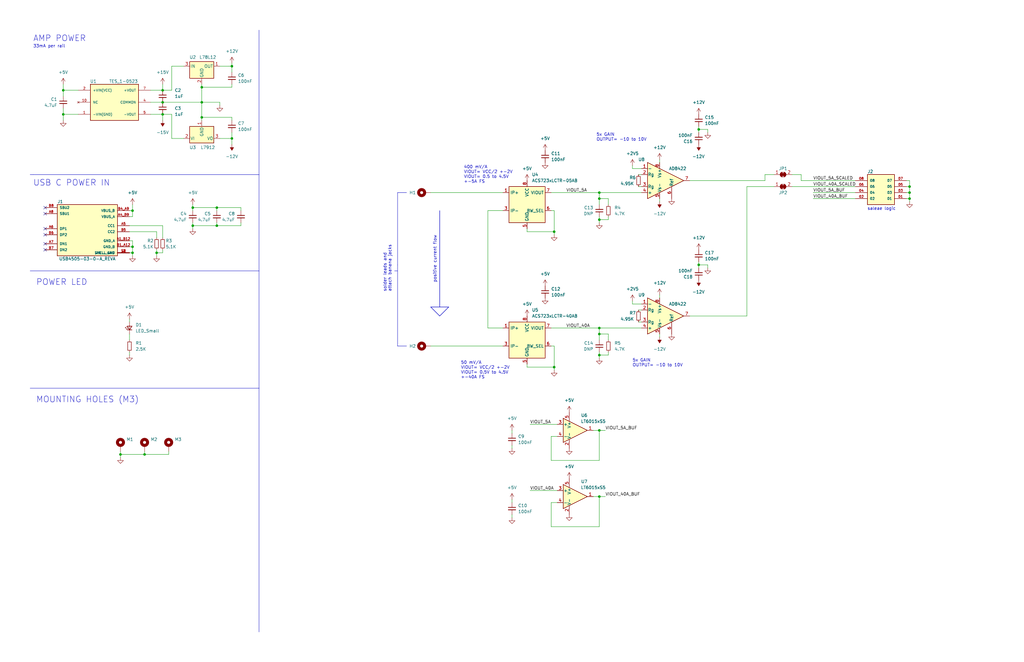
<source format=kicad_sch>
(kicad_sch (version 20230121) (generator eeschema)
  (paper "USLedger")
  (title_block (title "Saleae Current Sensor") (date "2022-11-13") (rev "0"))
  (lib_symbols
    (symbol "Amplifier_Instrumentation:AD8422" (pin_names (offset 0.127))
      (property "Reference" "U" (at 3.81 7.62 0))
      (property "Value" "AD8422" (at 3.81 5.08 0))
      (symbol "AD8422_0_1"
        (polyline (pts (xy -7.62 7.62) (xy -7.62 -7.62) (xy 7.62 0) (xy -7.62 7.62)) (stroke (width 0.254)) (fill (type background)))
      )
      (symbol "AD8422_1_1"
        (pin input line (at -10.16 5.08 0) (length 2.54) (name "-") (number "1"))
        (pin passive line (at -10.16 2.54 0) (length 2.54) (name "Rg") (number "2"))
        (pin passive line (at -10.16 -2.54 0) (length 2.54) (name "Rg") (number "3"))
        (pin input line (at -10.16 -5.08 0) (length 2.54) (name "+") (number "4"))
        (pin power_in line (at -2.54 -7.62 90) (length 2.54) (name "Vs-") (number "5"))
        (pin passive line (at 2.54 -7.62 90) (length 5.08) (name "Ref") (number "6"))
        (pin output line (at 10.16 0 180) (length 2.54) (name "~") (number "7"))
        (pin power_in line (at -2.54 7.62 270) (length 2.54) (name "Vs+") (number "8"))
      )
    )
    (symbol "Amplifier_Operational:LT6015xS5" (pin_names (offset 0.127))
      (property "Reference" "U" (at -1.27 6.35 0))
      (property "Value" "LT6015xS5" (at -1.27 3.81 0))
      (symbol "LT6015xS5_0_1"
        (polyline (pts (xy -5.08 5.08) (xy 5.08 0) (xy -5.08 -5.08) (xy -5.08 5.08)) (stroke (width 0.254)) (fill (type background)))
        (pin power_in line (at -2.54 -7.62 90) (length 3.81) (name "V-") (number "2"))
        (pin power_in line (at -2.54 7.62 270) (length 3.81) (name "V+") (number "5"))
      )
      (symbol "LT6015xS5_1_1"
        (pin output line (at 7.62 0 180) (length 2.54) (name "~") (number "1"))
        (pin input line (at -7.62 2.54 0) (length 2.54) (name "+") (number "3"))
        (pin input line (at -7.62 -2.54 0) (length 2.54) (name "-") (number "4"))
      )
    )
    (symbol "Device:C_Small" (pin_numbers hide) (pin_names (offset 0.254) hide)
      (property "Reference" "C" (at 0.254 1.778 0))
      (property "Value" "C_Small" (at 0.254 -2.032 0))
      (symbol "C_Small_0_1"
        (polyline (pts (xy -1.524 -0.508) (xy 1.524 -0.508)) (stroke (width 0.3302)))
        (polyline (pts (xy -1.524 0.508) (xy 1.524 0.508)) (stroke (width 0.3048)))
      )
      (symbol "C_Small_1_1"
        (pin passive line (at 0 2.54 270) (length 2.032) (name "~") (number "1"))
        (pin passive line (at 0 -2.54 90) (length 2.032) (name "~") (number "2"))
      )
    )
    (symbol "Device:LED_Small" (pin_numbers hide) (pin_names (offset 0.254) hide)
      (property "Reference" "D" (at -1.27 3.175 0))
      (property "Value" "LED_Small" (at -4.445 -2.54 0))
      (symbol "LED_Small_0_1"
        (polyline (pts (xy -0.762 -1.016) (xy -0.762 1.016)) (stroke (width 0.254)))
        (polyline (pts (xy 1.016 0) (xy -0.762 0)))
        (polyline (pts (xy 0.762 -1.016) (xy -0.762 0) (xy 0.762 1.016) (xy 0.762 -1.016)) (stroke (width 0.254)))
        (polyline (pts (xy 0 0.762) (xy -0.508 1.27) (xy -0.254 1.27) (xy -0.508 1.27) (xy -0.508 1.016)))
        (polyline (pts (xy 0.508 1.27) (xy 0 1.778) (xy 0.254 1.778) (xy 0 1.778) (xy 0 1.524)))
      )
      (symbol "LED_Small_1_1"
        (pin passive line (at -2.54 0 0) (length 1.778) (name "K") (number "1"))
        (pin passive line (at 2.54 0 180) (length 1.778) (name "A") (number "2"))
      )
    )
    (symbol "Device:R_Small" (pin_numbers hide) (pin_names (offset 0.254) hide)
      (property "Reference" "R" (at 0.762 0.508 0))
      (property "Value" "R_Small" (at 0.762 -1.016 0))
      (symbol "R_Small_0_1"
        (rectangle (start -0.762 1.778) (end 0.762 -1.778) (stroke (width 0.2032)))
      )
      (symbol "R_Small_1_1"
        (pin passive line (at 0 2.54 270) (length 0.762) (name "~") (number "1"))
        (pin passive line (at 0 -2.54 90) (length 0.762) (name "~") (number "2"))
      )
    )
    (symbol "Jumper:SolderJumper_2_Bridged" (pin_names (offset 0) hide)
      (property "Reference" "JP" (at 0 2.032 0))
      (property "Value" "SolderJumper_2_Bridged" (at 0 -2.54 0))
      (symbol "SolderJumper_2_Bridged_0_1"
        (rectangle (start -0.508 0.508) (end 0.508 -0.508) (fill (type outline)))
        (arc (start -0.254 1.016) (mid -1.2656 0) (end -0.254 -1.016))
        (arc (start -0.254 1.016) (mid -1.2656 0) (end -0.254 -1.016) (fill (type outline)))
        (polyline (pts (xy -0.254 1.016) (xy -0.254 -1.016)))
        (polyline (pts (xy 0.254 1.016) (xy 0.254 -1.016)))
        (arc (start 0.254 -1.016) (mid 1.2656 0) (end 0.254 1.016))
        (arc (start 0.254 -1.016) (mid 1.2656 0) (end 0.254 1.016) (fill (type outline)))
      )
      (symbol "SolderJumper_2_Bridged_1_1"
        (pin passive line (at -3.81 0 0) (length 2.54) (name "A") (number "1"))
        (pin passive line (at 3.81 0 180) (length 2.54) (name "B") (number "2"))
      )
    )
    (symbol "Mechanical:MountingHole_Pad" (pin_numbers hide) (pin_names (offset 1.016) hide)
      (property "Reference" "H" (at 0 6.35 0))
      (property "Value" "MountingHole_Pad" (at 0 4.445 0))
      (symbol "MountingHole_Pad_0_1"
        (circle (center 0 1.27) (radius 1.27) (stroke (width 1.27)))
      )
      (symbol "MountingHole_Pad_1_1"
        (pin input line (at 0 -2.54 90) (length 2.54) (name "1") (number "1"))
      )
    )
    (symbol "Regulator_Linear:L78L12_SOT89" (pin_names (offset 0.254))
      (property "Reference" "U" (at -3.81 3.175 0))
      (property "Value" "L78L12_SOT89" (at -0.635 3.175 0))
      (symbol "L78L12_SOT89_0_1"
        (rectangle (start -5.08 1.905) (end 5.08 -5.08) (stroke (width 0.254)) (fill (type background)))
      )
      (symbol "L78L12_SOT89_1_1"
        (pin power_out line (at 7.62 0 180) (length 2.54) (name "OUT") (number "1"))
        (pin power_in line (at 0 -7.62 90) (length 2.54) (name "GND") (number "2"))
        (pin power_in line (at -7.62 0 0) (length 2.54) (name "IN") (number "3"))
      )
    )
    (symbol "Regulator_Linear:L7912" (pin_names (offset 0.254))
      (property "Reference" "U" (at -3.81 -3.175 0))
      (property "Value" "L7912" (at 0 -3.175 0))
      (symbol "L7912_0_1"
        (rectangle (start -5.08 5.08) (end 5.08 -1.905) (stroke (width 0.254)) (fill (type background)))
      )
      (symbol "L7912_1_1"
        (pin power_in line (at 0 7.62 270) (length 2.54) (name "GND") (number "1"))
        (pin power_in line (at -7.62 0 0) (length 2.54) (name "VI") (number "2"))
        (pin power_out line (at 7.62 0 180) (length 2.54) (name "VO") (number "3"))
      )
    )
    (symbol "Sensor_Current:ACS723xLCTR-05AB"
      (property "Reference" "U" (at 2.54 11.43 0))
      (property "Value" "ACS723xLCTR-05AB" (at 2.54 8.89 0))
      (symbol "ACS723xLCTR-05AB_0_1"
        (rectangle (start -7.62 7.62) (end 7.62 -7.62) (stroke (width 0.254)) (fill (type background)))
      )
      (symbol "ACS723xLCTR-05AB_1_1"
        (pin passive line (at -10.16 5.08 0) (length 2.54) (name "IP+") (number "1"))
        (pin passive line (at -10.16 5.08 0) (length 2.54) hide (name "IP+") (number "2"))
        (pin passive line (at -10.16 -2.54 0) (length 2.54) (name "IP-") (number "3"))
        (pin passive line (at -10.16 -2.54 0) (length 2.54) hide (name "IP-") (number "4"))
        (pin power_in line (at 0 -10.16 90) (length 2.54) (name "GND") (number "5"))
        (pin input line (at 10.16 -2.54 180) (length 2.54) (name "BW_SEL") (number "6"))
        (pin output line (at 10.16 5.08 180) (length 2.54) (name "VIOUT") (number "7"))
        (pin power_in line (at 0 10.16 270) (length 2.54) (name "VCC") (number "8"))
      )
    )
    (symbol "Sensor_Current:ACS723xLCTR-40AB"
      (property "Reference" "U" (at 2.54 11.43 0))
      (property "Value" "ACS723xLCTR-40AB" (at 2.54 8.89 0))
      (symbol "ACS723xLCTR-40AB_0_1"
        (rectangle (start -7.62 7.62) (end 7.62 -7.62) (stroke (width 0.254)) (fill (type background)))
      )
      (symbol "ACS723xLCTR-40AB_1_1"
        (pin passive line (at -10.16 5.08 0) (length 2.54) (name "IP+") (number "1"))
        (pin passive line (at -10.16 5.08 0) (length 2.54) hide (name "IP+") (number "2"))
        (pin passive line (at -10.16 -2.54 0) (length 2.54) (name "IP-") (number "3"))
        (pin passive line (at -10.16 -2.54 0) (length 2.54) hide (name "IP-") (number "4"))
        (pin power_in line (at 0 -10.16 90) (length 2.54) (name "GND") (number "5"))
        (pin input line (at 10.16 -2.54 180) (length 2.54) (name "BW_SEL") (number "6"))
        (pin output line (at 10.16 5.08 180) (length 2.54) (name "VIOUT") (number "7"))
        (pin power_in line (at 0 10.16 270) (length 2.54) (name "VCC") (number "8"))
      )
    )
    (symbol "TES_1-0523:TES_1-0523" (pin_names (offset 1.016))
      (property "Reference" "PS?" (at -13.97 8.89 0))
      (property "Value" "TES_1-0523" (at -1.27 8.89 0))
      (symbol "TES_1-0523_0_0"
        (rectangle (start -15.24 7.62) (end 5.08 -7.62) (stroke (width 0.254)) (fill (type background)))
        (pin input line (at -20.32 -5.08 0) (length 5.08) (name "-VIN(GND)") (number "1"))
        (pin no_connect line (at -20.32 0 0) (length 5.08) (name "NC") (number "10"))
        (pin input line (at -20.32 5.08 0) (length 5.08) (name "+VIN(VCC)") (number "2"))
        (pin passive line (at 10.16 0 180) (length 5.08) (name "COMMON") (number "4"))
        (pin output line (at 10.16 -5.08 180) (length 5.08) (name "-VOUT") (number "5"))
        (pin output line (at 10.16 5.08 180) (length 5.08) (name "+VOUT") (number "7"))
      )
    )
    (symbol "TSM-104-02-T-DH:TSM-104-02-T-DH" (pin_names (offset 1.016))
      (property "Reference" "J?" (at 0 12.7 0))
      (property "Value" "TSM-104-02-T-DH" (at 0 10.16 0))
      (symbol "TSM-104-02-T-DH_0_0"
        (rectangle (start -7.62 7.62) (end 3.81 -5.08) (stroke (width 0.254)) (fill (type background)))
        (pin passive line (at -12.7 5.08 0) (length 5.08) (name "01") (number "01"))
        (pin passive line (at 8.89 5.08 180) (length 5.08) (name "02") (number "02"))
        (pin passive line (at -12.7 2.54 0) (length 5.08) (name "03") (number "03"))
        (pin passive line (at 8.89 2.54 180) (length 5.08) (name "04") (number "04"))
        (pin passive line (at -12.7 0 0) (length 5.08) (name "05") (number "05"))
        (pin passive line (at 8.89 0 180) (length 5.08) (name "06") (number "06"))
        (pin passive line (at -12.7 -2.54 0) (length 5.08) (name "07") (number "07"))
        (pin passive line (at 8.89 -2.54 180) (length 5.08) (name "08") (number "08"))
      )
    )
    (symbol "USB4505-03-0-A_REVA:USB4505-03-0-A_REVA" (pin_names (offset 1.016))
      (property "Reference" "J?" (at 0 20.32 0))
      (property "Value" "USB4505-03-0-A_REVA" (at 0 17.78 0))
      (symbol "USB4505-03-0-A_REVA_0_0"
        (rectangle (start -12.7 15.24) (end 12.7 -6.35) (stroke (width 0.254)) (fill (type background)))
        (pin power_in line (at 17.78 0 180) (length 5.08) (name "GND_A") (number "A1_B12"))
        (pin power_in line (at 17.78 10.16 180) (length 5.08) (name "VBUS_A") (number "A4_B9"))
        (pin bidirectional line (at 17.78 6.35 180) (length 5.08) (name "CC1") (number "A5"))
        (pin bidirectional line (at -17.78 5.08 0) (length 5.08) (name "DP1") (number "A6"))
        (pin bidirectional line (at -17.78 -1.27 0) (length 5.08) (name "DN1") (number "A7"))
        (pin bidirectional line (at -17.78 11.43 0) (length 5.08) (name "SBU1") (number "A8"))
        (pin power_in line (at 17.78 -2.54 180) (length 5.08) (name "GND_B") (number "B1_A12"))
        (pin power_in line (at 17.78 12.7 180) (length 5.08) (name "VBUS_B") (number "B4_A9"))
        (pin bidirectional line (at 17.78 3.81 180) (length 5.08) (name "CC2") (number "B5"))
        (pin bidirectional line (at -17.78 2.54 0) (length 5.08) (name "DP2") (number "B6"))
        (pin bidirectional line (at -17.78 -3.81 0) (length 5.08) (name "DN2") (number "B7"))
        (pin bidirectional line (at -17.78 13.97 0) (length 5.08) (name "SBU2") (number "B8"))
        (pin power_in line (at 17.78 -5.08 180) (length 5.08) (name "SHELL_GND") (number "S1"))
        (pin power_in line (at 17.78 -5.08 180) (length 5.08) (name "SHELL_GND") (number "S2"))
        (pin power_in line (at 17.78 -5.08 180) (length 5.08) (name "SHELL_GND") (number "S3"))
        (pin power_in line (at 17.78 -5.08 180) (length 5.08) (name "SHELL_GND") (number "S4"))
      )
    )
    (symbol "power:+12V" (power) (pin_names (offset 0))
      (property "Value" "+12V" (at 0 3.556 0))
      (symbol "+12V_0_1"
        (polyline (pts (xy -0.762 1.27) (xy 0 2.54)))
        (polyline (pts (xy 0 0) (xy 0 2.54)))
        (polyline (pts (xy 0 2.54) (xy 0.762 1.27)))
      )
      (symbol "+12V_1_1"
        (pin power_in line (at 0 0 90) (length 0) hide (name "+12V") (number "1"))
      )
    )
    (symbol "power:+15V" (power) (pin_names (offset 0))
      (property "Value" "+15V" (at 0 3.556 0))
      (symbol "+15V_0_1"
        (polyline (pts (xy -0.762 1.27) (xy 0 2.54)))
        (polyline (pts (xy 0 0) (xy 0 2.54)))
        (polyline (pts (xy 0 2.54) (xy 0.762 1.27)))
      )
      (symbol "+15V_1_1"
        (pin power_in line (at 0 0 90) (length 0) hide (name "+15V") (number "1"))
      )
    )
    (symbol "power:+2V5" (power) (pin_names (offset 0))
      (property "Value" "+2V5" (at 0 3.556 0))
      (symbol "+2V5_0_1"
        (polyline (pts (xy -0.762 1.27) (xy 0 2.54)))
        (polyline (pts (xy 0 0) (xy 0 2.54)))
        (polyline (pts (xy 0 2.54) (xy 0.762 1.27)))
      )
      (symbol "+2V5_1_1"
        (pin power_in line (at 0 0 90) (length 0) hide (name "+2V5") (number "1"))
      )
    )
    (symbol "power:+5V" (power) (pin_names (offset 0))
      (property "Value" "+5V" (at 0 3.556 0))
      (symbol "+5V_0_1"
        (polyline (pts (xy -0.762 1.27) (xy 0 2.54)))
        (polyline (pts (xy 0 0) (xy 0 2.54)))
        (polyline (pts (xy 0 2.54) (xy 0.762 1.27)))
      )
      (symbol "+5V_1_1"
        (pin power_in line (at 0 0 90) (length 0) hide (name "+5V") (number "1"))
      )
    )
    (symbol "power:-12V" (power) (pin_names (offset 0))
      (property "Value" "-12V" (at 0 3.81 0))
      (symbol "-12V_0_0"
        (pin power_in line (at 0 0 90) (length 0) hide (name "-12V") (number "1"))
      )
      (symbol "-12V_0_1"
        (polyline (pts (xy 0 0) (xy 0 1.27) (xy 0.762 1.27) (xy 0 2.54) (xy -0.762 1.27) (xy 0 1.27)) (fill (type outline)))
      )
    )
    (symbol "power:-15V" (power) (pin_names (offset 0))
      (property "Value" "-15V" (at 0 3.81 0))
      (symbol "-15V_0_0"
        (pin power_in line (at 0 0 90) (length 0) hide (name "-15V") (number "1"))
      )
      (symbol "-15V_0_1"
        (polyline (pts (xy 0 0) (xy 0 1.27) (xy 0.762 1.27) (xy 0 2.54) (xy -0.762 1.27) (xy 0 1.27)) (fill (type outline)))
      )
    )
    (symbol "power:GND" (power) (pin_names (offset 0))
      (property "Value" "GND" (at 0 -3.81 0))
      (symbol "GND_0_1"
        (polyline (pts (xy 0 0) (xy 0 -1.27) (xy 1.27 -1.27) (xy 0 -2.54) (xy -1.27 -1.27) (xy 0 -1.27)))
      )
      (symbol "GND_1_1"
        (pin power_in line (at 0 0 270) (length 0) hide (name "GND") (number "1"))
      )
    )
  )
  (junction (at 383.54 83.82))
  (junction (at 85.09 49.53))
  (junction (at 55.88 104.14))
  (junction (at 383.54 78.74))
  (junction (at 252.73 92.71))
  (junction (at 91.44 87.63))
  (junction (at 252.73 140.97))
  (junction (at 252.73 209.55))
  (junction (at 252.73 138.43))
  (junction (at 68.58 38.1))
  (junction (at 294.64 54.61))
  (junction (at 66.04 106.68))
  (junction (at 252.73 181.61))
  (junction (at 68.58 43.18))
  (junction (at 26.67 38.1))
  (junction (at 233.68 97.79))
  (junction (at 60.96 191.77))
  (junction (at 81.28 87.63))
  (junction (at 252.73 83.82))
  (junction (at 97.79 58.42))
  (junction (at 252.73 149.86))
  (junction (at 26.67 48.26))
  (junction (at 81.28 95.25))
  (junction (at 97.79 27.94))
  (junction (at 233.68 154.94))
  (junction (at 294.64 111.76))
  (junction (at 55.88 106.68))
  (junction (at 68.58 48.26))
  (junction (at 55.88 88.9))
  (junction (at 85.09 43.18))
  (junction (at 91.44 95.25))
  (junction (at 85.09 36.83))
  (junction (at 252.73 81.28))
  (junction (at 383.54 81.28))
  (junction (at 50.8 191.77))
  (no_connect (at 19.05 90.17))
  (no_connect (at 19.05 96.52))
  (no_connect (at 19.05 105.41))
  (no_connect (at 19.05 99.06))
  (no_connect (at 19.05 87.63))
  (no_connect (at 19.05 102.87))
  (wire (pts (xy 222.25 96.52) (xy 222.25 97.79)))
  (wire (pts (xy 382.27 81.28) (xy 383.54 81.28)))
  (wire (pts (xy 232.41 138.43) (xy 252.73 138.43)))
  (wire (pts (xy 252.73 92.71) (xy 252.73 93.98)))
  (wire (pts (xy 63.5 38.1) (xy 68.58 38.1)))
  (wire (pts (xy 342.9 83.82) (xy 360.68 83.82)))
  (wire (pts (xy 252.73 149.86) (xy 252.73 151.13)))
  (wire (pts (xy 383.54 83.82) (xy 383.54 85.09)))
  (wire (pts (xy 55.88 88.9) (xy 55.88 91.44)))
  (wire (pts (xy 383.54 76.2) (xy 383.54 78.74)))
  (wire (pts (xy 181.61 146.05) (xy 212.09 146.05)))
  (polyline (pts (xy 167.64 81.28) (xy 171.45 81.28)))
  (wire (pts (xy 252.73 91.44) (xy 252.73 92.71)))
  (wire (pts (xy 66.04 106.68) (xy 68.58 106.68)))
  (wire (pts (xy 72.39 48.26) (xy 72.39 58.42)))
  (wire (pts (xy 26.67 45.72) (xy 26.67 48.26)))
  (wire (pts (xy 256.54 140.97) (xy 252.73 140.97)))
  (wire (pts (xy 334.01 78.74) (xy 360.68 78.74)))
  (wire (pts (xy 342.9 81.28) (xy 360.68 81.28)))
  (wire (pts (xy 278.13 67.31) (xy 278.13 68.58)))
  (wire (pts (xy 383.54 81.28) (xy 383.54 83.82)))
  (wire (pts (xy 92.71 27.94) (xy 97.79 27.94)))
  (wire (pts (xy 294.64 54.61) (xy 294.64 55.88)))
  (wire (pts (xy 215.9 181.61) (xy 215.9 182.88)))
  (wire (pts (xy 181.61 81.28) (xy 212.09 81.28)))
  (wire (pts (xy 63.5 48.26) (xy 68.58 48.26)))
  (wire (pts (xy 54.61 134.62) (xy 54.61 135.89)))
  (wire (pts (xy 252.73 149.86) (xy 256.54 149.86)))
  (wire (pts (xy 383.54 78.74) (xy 383.54 81.28)))
  (wire (pts (xy 233.68 154.94) (xy 233.68 156.21)))
  (wire (pts (xy 97.79 50.8) (xy 97.79 49.53)))
  (wire (pts (xy 91.44 95.25) (xy 101.6 95.25)))
  (wire (pts (xy 290.83 76.2) (xy 322.58 76.2)))
  (wire (pts (xy 252.73 140.97) (xy 252.73 143.51)))
  (wire (pts (xy 266.7 127) (xy 266.7 128.27)))
  (wire (pts (xy 215.9 210.82) (xy 215.9 212.09)))
  (wire (pts (xy 337.82 76.2) (xy 360.68 76.2)))
  (wire (pts (xy 314.96 133.35) (xy 314.96 78.74)))
  (wire (pts (xy 294.64 111.76) (xy 298.45 111.76)))
  (wire (pts (xy 91.44 93.98) (xy 91.44 95.25)))
  (wire (pts (xy 266.7 71.12) (xy 270.51 71.12)))
  (wire (pts (xy 81.28 95.25) (xy 81.28 96.52)))
  (polyline (pts (xy 167.64 111.76) (xy 167.64 146.05)))
  (wire (pts (xy 81.28 93.98) (xy 81.28 95.25)))
  (polyline (pts (xy 181.61 129.54) (xy 185.42 133.35)) (stroke (width 0.2) (type solid)))
  (wire (pts (xy 298.45 111.76) (xy 298.45 113.03)))
  (wire (pts (xy 278.13 124.46) (xy 278.13 125.73)))
  (wire (pts (xy 72.39 38.1) (xy 72.39 27.94)))
  (wire (pts (xy 97.79 36.83) (xy 85.09 36.83)))
  (polyline (pts (xy 12.7 73.66) (xy 13.97 73.66)))
  (wire (pts (xy 252.73 81.28) (xy 252.73 83.82)))
  (wire (pts (xy 91.44 87.63) (xy 91.44 88.9)))
  (wire (pts (xy 278.13 83.82) (xy 278.13 85.09)))
  (wire (pts (xy 55.88 86.36) (xy 55.88 88.9)))
  (wire (pts (xy 232.41 88.9) (xy 233.68 88.9)))
  (wire (pts (xy 252.73 181.61) (xy 252.73 194.31)))
  (wire (pts (xy 97.79 49.53) (xy 85.09 49.53)))
  (wire (pts (xy 252.73 138.43) (xy 270.51 138.43)))
  (polyline (pts (xy 166.37 114.3) (xy 167.64 114.3)))
  (wire (pts (xy 68.58 95.25) (xy 68.58 100.33)))
  (wire (pts (xy 50.8 190.5) (xy 50.8 191.77)))
  (polyline (pts (xy 12.7 114.3) (xy 109.22 114.3)))
  (wire (pts (xy 294.64 111.76) (xy 294.64 113.03)))
  (wire (pts (xy 266.7 128.27) (xy 270.51 128.27)))
  (polyline (pts (xy 109.22 114.3) (xy 109.22 163.83)))
  (wire (pts (xy 215.9 187.96) (xy 215.9 189.23)))
  (wire (pts (xy 92.71 58.42) (xy 97.79 58.42)))
  (polyline (pts (xy 185.42 88.9) (xy 185.42 129.54)) (stroke (width 0.2) (type solid)))
  (wire (pts (xy 68.58 48.26) (xy 72.39 48.26)))
  (wire (pts (xy 256.54 149.86) (xy 256.54 148.59)))
  (wire (pts (xy 252.73 181.61) (xy 255.27 181.61)))
  (wire (pts (xy 50.8 191.77) (xy 50.8 193.04)))
  (wire (pts (xy 269.24 130.81) (xy 270.51 130.81)))
  (wire (pts (xy 266.7 69.85) (xy 266.7 71.12)))
  (wire (pts (xy 54.61 148.59) (xy 54.61 149.86)))
  (wire (pts (xy 222.25 153.67) (xy 222.25 154.94)))
  (wire (pts (xy 223.52 207.01) (xy 234.95 207.01)))
  (wire (pts (xy 314.96 78.74) (xy 326.39 78.74)))
  (wire (pts (xy 205.74 88.9) (xy 205.74 138.43)))
  (wire (pts (xy 232.41 222.25) (xy 252.73 222.25)))
  (wire (pts (xy 92.71 43.18) (xy 92.71 44.45)))
  (wire (pts (xy 85.09 49.53) (xy 85.09 50.8)))
  (wire (pts (xy 91.44 87.63) (xy 101.6 87.63)))
  (wire (pts (xy 50.8 191.77) (xy 60.96 191.77)))
  (wire (pts (xy 232.41 212.09) (xy 232.41 222.25)))
  (wire (pts (xy 54.61 95.25) (xy 68.58 95.25)))
  (wire (pts (xy 54.61 101.6) (xy 55.88 101.6)))
  (wire (pts (xy 60.96 191.77) (xy 71.12 191.77)))
  (wire (pts (xy 269.24 73.66) (xy 270.51 73.66)))
  (wire (pts (xy 68.58 105.41) (xy 68.58 106.68)))
  (wire (pts (xy 97.79 35.56) (xy 97.79 36.83)))
  (wire (pts (xy 81.28 88.9) (xy 81.28 87.63)))
  (wire (pts (xy 68.58 48.26) (xy 68.58 50.8)))
  (wire (pts (xy 26.67 40.64) (xy 26.67 38.1)))
  (polyline (pts (xy 109.22 12.7) (xy 109.22 73.66)))
  (wire (pts (xy 68.58 35.56) (xy 68.58 38.1)))
  (wire (pts (xy 294.64 110.49) (xy 294.64 111.76)))
  (wire (pts (xy 97.79 30.48) (xy 97.79 27.94)))
  (wire (pts (xy 256.54 83.82) (xy 252.73 83.82)))
  (wire (pts (xy 252.73 92.71) (xy 256.54 92.71)))
  (wire (pts (xy 222.25 154.94) (xy 233.68 154.94)))
  (wire (pts (xy 382.27 83.82) (xy 383.54 83.82)))
  (wire (pts (xy 97.79 58.42) (xy 97.79 55.88)))
  (polyline (pts (xy 13.97 73.66) (xy 109.22 73.66)))
  (wire (pts (xy 233.68 97.79) (xy 233.68 99.06)))
  (wire (pts (xy 63.5 43.18) (xy 68.58 43.18)))
  (wire (pts (xy 97.79 26.67) (xy 97.79 27.94)))
  (wire (pts (xy 85.09 36.83) (xy 85.09 43.18)))
  (polyline (pts (xy 12.7 163.83) (xy 109.22 163.83)))
  (wire (pts (xy 256.54 143.51) (xy 256.54 140.97)))
  (wire (pts (xy 232.41 81.28) (xy 252.73 81.28)))
  (wire (pts (xy 234.95 184.15) (xy 232.41 184.15)))
  (wire (pts (xy 233.68 146.05) (xy 233.68 154.94)))
  (wire (pts (xy 232.41 146.05) (xy 233.68 146.05)))
  (wire (pts (xy 294.64 54.61) (xy 298.45 54.61)))
  (wire (pts (xy 68.58 43.18) (xy 85.09 43.18)))
  (wire (pts (xy 66.04 105.41) (xy 66.04 106.68)))
  (wire (pts (xy 26.67 48.26) (xy 26.67 50.8)))
  (wire (pts (xy 252.73 148.59) (xy 252.73 149.86)))
  (wire (pts (xy 26.67 38.1) (xy 33.02 38.1)))
  (wire (pts (xy 101.6 93.98) (xy 101.6 95.25)))
  (wire (pts (xy 60.96 191.77) (xy 60.96 190.5)))
  (wire (pts (xy 252.73 181.61) (xy 250.19 181.61)))
  (wire (pts (xy 256.54 86.36) (xy 256.54 83.82)))
  (wire (pts (xy 290.83 133.35) (xy 314.96 133.35)))
  (wire (pts (xy 81.28 95.25) (xy 91.44 95.25)))
  (polyline (pts (xy 189.23 129.54) (xy 181.61 129.54)) (stroke (width 0.2) (type solid)))
  (wire (pts (xy 222.25 97.79) (xy 233.68 97.79)))
  (wire (pts (xy 101.6 87.63) (xy 101.6 88.9)))
  (wire (pts (xy 322.58 73.66) (xy 326.39 73.66)))
  (wire (pts (xy 72.39 58.42) (xy 77.47 58.42)))
  (wire (pts (xy 55.88 106.68) (xy 55.88 107.95)))
  (wire (pts (xy 54.61 104.14) (xy 55.88 104.14)))
  (wire (pts (xy 252.73 209.55) (xy 252.73 222.25)))
  (wire (pts (xy 334.01 73.66) (xy 337.82 73.66)))
  (wire (pts (xy 256.54 92.71) (xy 256.54 91.44)))
  (wire (pts (xy 269.24 78.74) (xy 270.51 78.74)))
  (wire (pts (xy 85.09 43.18) (xy 85.09 49.53)))
  (wire (pts (xy 337.82 73.66) (xy 337.82 76.2)))
  (wire (pts (xy 382.27 76.2) (xy 383.54 76.2)))
  (wire (pts (xy 54.61 91.44) (xy 55.88 91.44)))
  (wire (pts (xy 234.95 212.09) (xy 232.41 212.09)))
  (wire (pts (xy 55.88 101.6) (xy 55.88 104.14)))
  (wire (pts (xy 252.73 81.28) (xy 270.51 81.28)))
  (wire (pts (xy 72.39 27.94) (xy 77.47 27.94)))
  (wire (pts (xy 278.13 140.97) (xy 278.13 142.24)))
  (wire (pts (xy 252.73 138.43) (xy 252.73 140.97)))
  (polyline (pts (xy 109.22 73.66) (xy 109.22 114.3)))
  (wire (pts (xy 55.88 104.14) (xy 55.88 106.68)))
  (wire (pts (xy 81.28 86.36) (xy 81.28 87.63)))
  (wire (pts (xy 233.68 88.9) (xy 233.68 97.79)))
  (wire (pts (xy 26.67 48.26) (xy 33.02 48.26)))
  (wire (pts (xy 85.09 36.83) (xy 85.09 35.56)))
  (wire (pts (xy 252.73 209.55) (xy 250.19 209.55)))
  (wire (pts (xy 294.64 53.34) (xy 294.64 54.61)))
  (polyline (pts (xy 109.22 163.83) (xy 109.22 266.7)))
  (wire (pts (xy 26.67 35.56) (xy 26.67 38.1)))
  (wire (pts (xy 215.9 217.17) (xy 215.9 218.44)))
  (wire (pts (xy 382.27 78.74) (xy 383.54 78.74)))
  (wire (pts (xy 68.58 38.1) (xy 72.39 38.1)))
  (wire (pts (xy 71.12 191.77) (xy 71.12 190.5)))
  (wire (pts (xy 252.73 209.55) (xy 255.27 209.55)))
  (wire (pts (xy 322.58 76.2) (xy 322.58 73.66)))
  (wire (pts (xy 205.74 138.43) (xy 212.09 138.43)))
  (wire (pts (xy 97.79 58.42) (xy 97.79 60.96)))
  (wire (pts (xy 66.04 97.79) (xy 66.04 100.33)))
  (polyline (pts (xy 185.42 133.35) (xy 189.23 129.54)) (stroke (width 0.2) (type solid)))
  (wire (pts (xy 54.61 97.79) (xy 66.04 97.79)))
  (wire (pts (xy 66.04 106.68) (xy 66.04 107.95)))
  (wire (pts (xy 54.61 106.68) (xy 55.88 106.68)))
  (polyline (pts (xy 167.64 111.76) (xy 167.64 81.28)))
  (wire (pts (xy 54.61 88.9) (xy 55.88 88.9)))
  (wire (pts (xy 81.28 87.63) (xy 91.44 87.63)))
  (wire (pts (xy 232.41 184.15) (xy 232.41 194.31)))
  (wire (pts (xy 298.45 54.61) (xy 298.45 55.88)))
  (wire (pts (xy 232.41 194.31) (xy 252.73 194.31)))
  (wire (pts (xy 212.09 88.9) (xy 205.74 88.9)))
  (wire (pts (xy 269.24 135.89) (xy 270.51 135.89)))
  (wire (pts (xy 85.09 43.18) (xy 92.71 43.18)))
  (polyline (pts (xy 167.64 146.05) (xy 171.45 146.05)))
  (wire (pts (xy 223.52 179.07) (xy 234.95 179.07)))
  (wire (pts (xy 252.73 83.82) (xy 252.73 86.36)))
  (wire (pts (xy 54.61 140.97) (xy 54.61 143.51)))
  (text "50 mV/A\nVIOUT= VCC/2 +-2V\nVIOUT= 0.5V to 4.5V\n+-40A FS" (at 194.31 160.02 0) (effects (font (size 1.27 1.27)) (justify left bottom)))
  (text "solder leads and \nattach banana jacks" (at 165.1 123.19 90) (effects (font (size 1.27 1.27)) (justify left bottom)))
  (text "positive current flow" (at 184.15 119.38 90) (effects (font (size 1.27 1.27)) (justify left bottom)))
  (text "saleae logic" (at 365.76 88.9 0) (effects (font (size 1.27 1.27)) (justify left bottom)))
  (text "AMP POWER" (at 13.97 17.78 0) (effects (font (size 2.5 2.5)) (justify left bottom)))
  (text "POWER LED" (at 15.24 120.65 0) (effects (font (size 2.5 2.5)) (justify left bottom)))
  (text "MOUNTING HOLES (M3)" (at 15.24 170.18 0) (effects (font (size 2.5 2.5)) (justify left bottom)))
  (text "5x GAIN\nOUTPUT= -10 to 10V" (at 251.46 59.69 0) (effects (font (size 1.27 1.27)) (justify left bottom)))
  (text "5x GAIN\nOUTPUT= -10 to 10V" (at 266.7 154.94 0) (effects (font (size 1.27 1.27)) (justify left bottom)))
  (text "33mA per rail" (at 13.97 20.32 0) (effects (font (size 1.27 1.27)) (justify left bottom)))
  (text "USB C POWER IN" (at 13.97 78.74 0) (effects (font (size 2.5 2.5)) (justify left bottom)))
  (text "400 mV/A\nVIOUT= VCC/2 +-2V\nVIOUT= 0.5 to 4.5V\n+-5A FS" (at 195.58 77.47 0) (effects (font (size 1.27 1.27)) (justify left bottom)))
  (label "VIOUT_5A" (at 223.52 179.07 0))
  (label "VIOUT_40A_BUF" (at 342.9 83.82 0))
  (label "VIOUT_40A" (at 223.52 207.01 0))
  (label "VIOUT_40A" (at 238.76 138.43 0))
  (label "VIOUT_5A" (at 238.76 81.28 0))
  (label "VIOUT_5A_BUF" (at 255.27 181.61 0))
  (label "VIOUT_40A_SCALED" (at 342.9 78.74 0))
  (label "VIOUT_40A_BUF" (at 255.27 209.55 0))
  (label "VIOUT_5A_SCALED" (at 342.9 76.2 0))
  (label "VIOUT_5A_BUF" (at 342.9 81.28 0))
  (symbol (lib_id "Device:C_Small") (at 97.79 53.34 0) (unit 1)
    (property "Reference" "C7" (at 100.33 52.0762 0) (effects (justify left)))
    (property "Value" "100nF" (at 100.33 54.6162 0) (effects (justify left)))
    (property "Footprint" "Capacitor_SMD:C_0603_1608Metric" (effects hide))
  )
  (symbol (lib_id "Device:C_Small") (at 229.87 123.19 0) (unit 1)
    (property "Reference" "C12" (at 232.41 121.9262 0) (effects (justify left)))
    (property "Value" "100nF" (at 232.41 124.4662 0) (effects (justify left)))
    (property "Footprint" "Capacitor_SMD:C_0603_1608Metric" (effects hide))
  )
  (symbol (lib_id "Mechanical:MountingHole_Pad") (at 179.07 146.05 90) (unit 1)
    (property "Reference" "H2" (at 173.99 146.05 90))
    (property "Value" "IN" (effects hide))
    (property "Footprint" "MountingHole:MountingHole_2.7mm_M2.5_ISO7380_Pad_TopBottom" (effects hide))
  )
  (symbol (lib_id "power:+12V") (at 97.79 26.67 0) (unit 1)
    (property "Reference" "#PWR014" (effects hide))
    (property "Value" "+12V" (at 97.79 21.59 0))
  )
  (symbol (lib_id "Amplifier_Operational:LT6015xS5") (at 242.57 209.55 0) (unit 1)
    (property "Reference" "U7" (at 246.38 203.2 0))
    (property "Value" "LT6015xS5" (at 250.19 205.74 0))
    (property "Footprint" "Package_TO_SOT_SMD:SOT-23-5" (effects hide))
    (property "Datasheet" "https://www.analog.com/media/en/technical-documentation/data-sheets/601567ff.pdf" (effects hide))
  )
  (symbol (lib_id "Device:C_Small") (at 97.79 33.02 0) (unit 1)
    (property "Reference" "C6" (at 100.33 31.7562 0) (effects (justify left)))
    (property "Value" "100nF" (at 100.33 34.2962 0) (effects (justify left)))
    (property "Footprint" "Capacitor_SMD:C_0603_1608Metric" (effects hide))
  )
  (symbol (lib_id "Amplifier_Instrumentation:AD8422") (at 280.67 133.35 0) (unit 1)
    (property "Reference" "U9" (at 270.51 124.46 0))
    (property "Value" "AD8422" (at 285.75 128.27 0))
    (property "Footprint" "AD8422BRMZ-RL:SOP65P490X110-8N" (effects hide))
    (property "Datasheet" "https://www.analog.com/media/en/technical-documentation/data-sheets/AD8422.pdf" (effects hide))
  )
  (symbol (lib_id "Device:R_Small") (at 54.61 146.05 0) (unit 1)
    (property "Reference" "R1" (at 57.15 144.7799 0) (effects (justify left)))
    (property "Value" "2.5K" (at 57.15 147.3199 0) (effects (justify left)))
    (property "Footprint" "Resistor_SMD:R_0603_1608Metric" (effects hide))
  )
  (symbol (lib_id "power:GND") (at 215.9 218.44 0) (unit 1)
    (property "Reference" "#PWR019" (effects hide))
    (property "Value" "GND" (effects hide))
  )
  (symbol (lib_id "power:-12V") (at 278.13 85.09 180) (unit 1)
    (property "Reference" "#PWR037" (effects hide))
    (property "Value" "-12V" (at 278.13 90.17 0))
  )
  (symbol (lib_id "power:GND") (at 383.54 85.09 0) (unit 1)
    (property "Reference" "#PWR048" (effects hide))
    (property "Value" "GND" (effects hide))
  )
  (symbol (lib_id "Device:R_Small") (at 269.24 133.35 180) (unit 1)
    (property "Reference" "R7" (at 265.43 132.08 0) (effects (justify right)))
    (property "Value" "4.95K" (at 261.62 134.62 0) (effects (justify right)))
    (property "Footprint" "Resistor_SMD:R_0603_1608Metric" (effects hide))
  )
  (symbol (lib_id "power:+5V") (at 222.25 133.35 0) (unit 1)
    (property "Reference" "#PWR021" (effects hide))
    (property "Value" "+5V" (at 222.25 128.27 0))
  )
  (symbol (lib_id "Device:C_Small") (at 294.64 50.8 0) (unit 1)
    (property "Reference" "C15" (at 297.18 49.5362 0) (effects (justify left)))
    (property "Value" "100nF" (at 297.18 52.0762 0) (effects (justify left)))
    (property "Footprint" "Capacitor_SMD:C_0603_1608Metric" (effects hide))
  )
  (symbol (lib_id "Device:C_Small") (at 26.67 43.18 0) (mirror y) (unit 1)
    (property "Reference" "C1" (at 24.13 41.91 0) (effects (justify left)))
    (property "Value" "4.7uF" (at 24.13 44.45 0) (effects (justify left)))
    (property "Footprint" "Capacitor_SMD:C_1206_3216Metric" (effects hide))
  )
  (symbol (lib_id "Device:C_Small") (at 252.73 146.05 0) (mirror x) (unit 1)
    (property "Reference" "C14" (at 250.19 144.7735 0) (effects (justify right)))
    (property "Value" "DNP" (at 250.19 147.3135 0) (effects (justify right)))
    (property "Footprint" "Capacitor_SMD:C_0603_1608Metric" (effects hide))
  )
  (symbol (lib_id "power:+5V") (at 229.87 120.65 0) (unit 1)
    (property "Reference" "#PWR024" (effects hide))
    (property "Value" "+5V" (at 229.87 115.57 0))
  )
  (symbol (lib_id "USB4505-03-0-A_REVA:USB4505-03-0-A_REVA") (at 36.83 101.6 0) (unit 1)
    (property "Reference" "J1" (at 25.4 85.09 0))
    (property "Value" "USB4505-03-0-A_REVA" (at 36.83 109.22 0))
    (property "Footprint" "USB4505-03-0-A_REVA:GCT_USB4505-03-0-A_REVA" (effects hide))
    (property "PARTREV" "A" (effects hide))
    (property "MAXIMUM_PACKAGE_HEIGHT" "2.46mm" (effects hide))
    (property "STANDARD" "Manufacturer Recommendations" (effects hide))
    (property "MANUFACTURER" "GCT" (effects hide))
  )
  (symbol (lib_id "Amplifier_Operational:LT6015xS5") (at 242.57 181.61 0) (unit 1)
    (property "Reference" "U6" (at 246.38 175.26 0))
    (property "Value" "LT6015xS5" (at 250.19 177.8 0))
    (property "Footprint" "Package_TO_SOT_SMD:SOT-23-5" (effects hide))
    (property "Datasheet" "https://www.analog.com/media/en/technical-documentation/data-sheets/601567ff.pdf" (effects hide))
  )
  (symbol (lib_id "Regulator_Linear:L7912") (at 85.09 58.42 0) (unit 1)
    (property "Reference" "U3" (at 81.28 62.23 0))
    (property "Value" "L7912" (at 87.63 62.23 0))
    (property "Footprint" "Package_TO_SOT_SMD:SOT-89-3" (effects hide))
    (property "Datasheet" "http://www.st.com/content/ccc/resource/technical/document/datasheet/c9/16/86/41/c7/2b/45/f2/CD00000450.pdf/files/CD00000450.pdf/jcr:content/translations/en.CD00000450.pdf" (effects hide))
  )
  (symbol (lib_id "Device:R_Small") (at 269.24 76.2 180) (unit 1)
    (property "Reference" "R6" (at 265.43 74.93 0) (effects (justify right)))
    (property "Value" "4.95K" (at 261.62 77.47 0) (effects (justify right)))
    (property "Footprint" "Resistor_SMD:R_0603_1608Metric" (effects hide))
  )
  (symbol (lib_id "power:GND") (at 298.45 55.88 0) (unit 1)
    (property "Reference" "#PWR046" (effects hide))
    (property "Value" "GND" (effects hide))
  )
  (symbol (lib_id "power:GND") (at 26.67 50.8 0) (unit 1)
    (property "Reference" "#PWR02" (effects hide))
    (property "Value" "GND" (effects hide))
  )
  (symbol (lib_id "TSM-104-02-T-DH:TSM-104-02-T-DH") (at 369.57 78.74 180) (unit 1)
    (property "Reference" "J2" (at 367.03 72.39 0))
    (property "Value" "TSM-104-02-T-DH" (effects hide))
    (property "Footprint" "TSM-104-02-T-DH:SAMTEC_TSM-104-02-T-DH" (effects hide))
    (property "STANDARD" "Manufacturer Recommendations" (effects hide))
    (property "MANUFACTURER" "Samtec" (effects hide))
    (property "PARTREV" "R" (effects hide))
  )
  (symbol (lib_id "power:GND") (at 92.71 44.45 0) (unit 1)
    (property "Reference" "#PWR013" (effects hide))
    (property "Value" "GND" (effects hide))
  )
  (symbol (lib_id "power:+12V") (at 294.64 48.26 0) (unit 1)
    (property "Reference" "#PWR042" (effects hide))
    (property "Value" "+12V" (at 294.64 43.18 0))
  )
  (symbol (lib_id "Mechanical:MountingHole_Pad") (at 60.96 187.96 0) (unit 1)
    (property "Reference" "M2" (at 63.5 185.4199 0) (effects (justify left)))
    (property "Value" "MountingHole_Pad" (effects hide))
    (property "Footprint" "MountingHole:MountingHole_3.2mm_M3_ISO7380_Pad_TopBottom" (effects hide))
  )
  (symbol (lib_id "power:-12V") (at 97.79 60.96 180) (unit 1)
    (property "Reference" "#PWR015" (effects hide))
    (property "Value" "-12V" (at 97.79 66.04 0))
  )
  (symbol (lib_id "Device:C_Small") (at 68.58 45.72 0) (unit 1)
    (property "Reference" "C3" (at 73.66 45.72 0) (effects (justify left)))
    (property "Value" "1uF" (at 73.66 48.26 0) (effects (justify left)))
    (property "Footprint" "Capacitor_SMD:C_1206_3216Metric" (effects hide))
  )
  (symbol (lib_id "Device:C_Small") (at 215.9 185.42 0) (unit 1)
    (property "Reference" "C9" (at 218.44 184.1562 0) (effects (justify left)))
    (property "Value" "100nF" (at 218.44 186.6962 0) (effects (justify left)))
    (property "Footprint" "Capacitor_SMD:C_0603_1608Metric" (effects hide))
  )
  (symbol (lib_id "TES_1-0523:TES_1-0523") (at 53.34 43.18 0) (unit 1)
    (property "Reference" "U1" (at 39.37 34.29 0))
    (property "Value" "TES_1-0523" (at 52.07 34.29 0))
    (property "Footprint" "TES_1-0523:CONV_TES_1-0523" (effects hide))
    (property "STANDARD" "Manufacturer Recommendation" (effects hide))
    (property "PARTREV" "June 23, 2020" (effects hide))
    (property "MANUFACTURER" "Traco Power" (effects hide))
    (property "MAXIMUM_PACKAGE_HEIGHT" "7.5mm" (effects hide))
  )
  (symbol (lib_id "power:GND") (at 66.04 107.95 0) (unit 1)
    (property "Reference" "#PWR08" (effects hide))
    (property "Value" "GND" (effects hide))
  )
  (symbol (lib_id "power:GND") (at 240.03 217.17 0) (unit 1)
    (property "Reference" "#PWR031" (effects hide))
    (property "Value" "GND" (effects hide))
  )
  (symbol (lib_id "Device:LED_Small") (at 54.61 138.43 90) (unit 1)
    (property "Reference" "D1" (at 57.15 137.0964 90) (effects (justify right)))
    (property "Value" "LED_Small" (at 57.15 139.6364 90) (effects (justify right)))
    (property "Footprint" "LED_SMD:LED_1206_3216Metric" (effects hide))
  )
  (symbol (lib_id "power:+5V") (at 229.87 63.5 0) (unit 1)
    (property "Reference" "#PWR022" (effects hide))
    (property "Value" "+5V" (at 229.87 58.42 0))
  )
  (symbol (lib_id "power:+2V5") (at 266.7 127 0) (unit 1)
    (property "Reference" "#PWR035" (effects hide))
    (property "Value" "+2V5" (at 266.7 121.92 0))
  )
  (symbol (lib_id "Device:C_Small") (at 294.64 115.57 180) (unit 1)
    (property "Reference" "C18" (at 292.1 116.8338 0) (effects (justify left)))
    (property "Value" "100nF" (at 292.1 114.2938 0) (effects (justify left)))
    (property "Footprint" "Capacitor_SMD:C_0603_1608Metric" (effects hide))
  )
  (symbol (lib_id "power:GND") (at 233.68 99.06 0) (unit 1)
    (property "Reference" "#PWR026" (effects hide))
    (property "Value" "GND" (effects hide))
  )
  (symbol (lib_id "Mechanical:MountingHole_Pad") (at 71.12 187.96 0) (unit 1)
    (property "Reference" "M3" (at 73.66 185.4199 0) (effects (justify left)))
    (property "Value" "MountingHole_Pad" (effects hide))
    (property "Footprint" "MountingHole:MountingHole_3.2mm_M3_ISO7380_Pad_TopBottom" (effects hide))
  )
  (symbol (lib_id "Device:C_Small") (at 81.28 91.44 0) (mirror y) (unit 1)
    (property "Reference" "C4" (at 78.74 90.17 0) (effects (justify left)))
    (property "Value" "4.7uF" (at 78.74 92.71 0) (effects (justify left)))
    (property "Footprint" "Capacitor_SMD:C_1206_3216Metric" (effects hide))
  )
  (symbol (lib_id "power:+5V") (at 240.03 201.93 0) (unit 1)
    (property "Reference" "#PWR030" (effects hide))
    (property "Value" "+5V" (at 240.03 196.85 0))
  )
  (symbol (lib_id "power:GND") (at 252.73 151.13 0) (unit 1)
    (property "Reference" "#PWR033" (effects hide))
    (property "Value" "GND" (effects hide))
  )
  (symbol (lib_id "Device:C_Small") (at 229.87 66.04 0) (unit 1)
    (property "Reference" "C11" (at 232.41 64.7762 0) (effects (justify left)))
    (property "Value" "100nF" (at 232.41 67.3162 0) (effects (justify left)))
    (property "Footprint" "Capacitor_SMD:C_0603_1608Metric" (effects hide))
  )
  (symbol (lib_id "Device:R_Small") (at 68.58 102.87 0) (unit 1)
    (property "Reference" "R3" (at 69.85 101.6 0) (effects (justify left)))
    (property "Value" "5.1K" (at 69.85 104.14 0) (effects (justify left)))
    (property "Footprint" "Resistor_SMD:R_0603_1608Metric" (effects hide))
  )
  (symbol (lib_id "power:-12V") (at 294.64 60.96 180) (unit 1)
    (property "Reference" "#PWR043" (effects hide))
    (property "Value" "-12V" (at 297.18 66.04 0) (effects (justify left)))
  )
  (symbol (lib_id "power:GND") (at 215.9 189.23 0) (unit 1)
    (property "Reference" "#PWR017" (effects hide))
    (property "Value" "GND" (effects hide))
  )
  (symbol (lib_id "Mechanical:MountingHole_Pad") (at 179.07 81.28 90) (unit 1)
    (property "Reference" "H1" (at 173.99 81.28 90))
    (property "Value" "IP" (effects hide))
    (property "Footprint" "MountingHole:MountingHole_2.7mm_M2.5_ISO7380_Pad_TopBottom" (effects hide))
  )
  (symbol (lib_id "power:GND") (at 54.61 149.86 0) (unit 1)
    (property "Reference" "#PWR05" (effects hide))
    (property "Value" "GND" (effects hide))
  )
  (symbol (lib_id "Device:C_Small") (at 101.6 91.44 0) (mirror y) (unit 1)
    (property "Reference" "C8" (at 99.06 90.17 0) (effects (justify left)))
    (property "Value" "4.7uF" (at 99.06 92.71 0) (effects (justify left)))
    (property "Footprint" "Capacitor_SMD:C_1206_3216Metric" (effects hide))
  )
  (symbol (lib_id "Jumper:SolderJumper_2_Bridged") (at 330.2 78.74 0) (unit 1)
    (property "Reference" "JP2" (at 330.2 81.28 0))
    (property "Value" "SolderJumper_2_Bridged" (effects hide))
    (property "Footprint" "Jumper:SolderJumper-2_P1.3mm_Bridged2Bar_Pad1.0x1.5mm" (effects hide))
  )
  (symbol (lib_id "power:+5V") (at 240.03 173.99 0) (unit 1)
    (property "Reference" "#PWR028" (effects hide))
    (property "Value" "+5V" (at 240.03 168.91 0))
  )
  (symbol (lib_id "power:+5V") (at 81.28 86.36 0) (unit 1)
    (property "Reference" "#PWR011" (effects hide))
    (property "Value" "+5V" (at 81.28 81.28 0))
  )
  (symbol (lib_id "power:+5V") (at 54.61 134.62 0) (unit 1)
    (property "Reference" "#PWR04" (effects hide))
    (property "Value" "+5V" (at 54.61 129.54 0))
  )
  (symbol (lib_id "power:+5V") (at 215.9 210.82 0) (unit 1)
    (property "Reference" "#PWR018" (effects hide))
    (property "Value" "+5V" (at 215.9 205.74 0))
  )
  (symbol (lib_id "power:GND") (at 283.21 140.97 0) (unit 1)
    (property "Reference" "#PWR041" (effects hide))
    (property "Value" "GND" (effects hide))
  )
  (symbol (lib_id "power:GND") (at 240.03 189.23 0) (unit 1)
    (property "Reference" "#PWR029" (effects hide))
    (property "Value" "GND" (effects hide))
  )
  (symbol (lib_id "Device:C_Small") (at 68.58 40.64 0) (unit 1)
    (property "Reference" "C2" (at 73.66 38.1 0) (effects (justify left)))
    (property "Value" "1uF" (at 73.66 40.64 0) (effects (justify left)))
    (property "Footprint" "Capacitor_SMD:C_1206_3216Metric" (effects hide))
  )
  (symbol (lib_id "power:GND") (at 298.45 113.03 0) (unit 1)
    (property "Reference" "#PWR047" (effects hide))
    (property "Value" "GND" (effects hide))
  )
  (symbol (lib_id "power:GND") (at 50.8 193.04 0) (unit 1)
    (property "Reference" "#PWR03" (effects hide))
    (property "Value" "GND" (effects hide))
  )
  (symbol (lib_id "Device:C_Small") (at 215.9 214.63 0) (unit 1)
    (property "Reference" "C10" (at 218.44 213.3662 0) (effects (justify left)))
    (property "Value" "100nF" (at 218.44 215.9062 0) (effects (justify left)))
    (property "Footprint" "Capacitor_SMD:C_0603_1608Metric" (effects hide))
  )
  (symbol (lib_id "power:+5V") (at 222.25 76.2 0) (unit 1)
    (property "Reference" "#PWR020" (effects hide))
    (property "Value" "+5V" (at 222.25 71.12 0))
  )
  (symbol (lib_id "power:GND") (at 252.73 93.98 0) (unit 1)
    (property "Reference" "#PWR032" (effects hide))
    (property "Value" "GND" (effects hide))
  )
  (symbol (lib_id "Device:C_Small") (at 294.64 58.42 180) (unit 1)
    (property "Reference" "C16" (at 292.1 59.6838 0) (effects (justify left)))
    (property "Value" "100nF" (at 292.1 57.1438 0) (effects (justify left)))
    (property "Footprint" "Capacitor_SMD:C_0603_1608Metric" (effects hide))
  )
  (symbol (lib_id "power:+5V") (at 26.67 35.56 0) (unit 1)
    (property "Reference" "#PWR01" (effects hide))
    (property "Value" "+5V" (at 26.67 30.48 0))
  )
  (symbol (lib_id "Mechanical:MountingHole_Pad") (at 50.8 187.96 0) (unit 1)
    (property "Reference" "M1" (at 53.34 185.4199 0) (effects (justify left)))
    (property "Value" "MountingHole_Pad" (effects hide))
    (property "Footprint" "MountingHole:MountingHole_3.2mm_M3_ISO7380_Pad_TopBottom" (effects hide))
  )
  (symbol (lib_id "power:GND") (at 233.68 156.21 0) (unit 1)
    (property "Reference" "#PWR027" (effects hide))
    (property "Value" "GND" (effects hide))
  )
  (symbol (lib_id "power:GND") (at 55.88 107.95 0) (unit 1)
    (property "Reference" "#PWR07" (effects hide))
    (property "Value" "GND" (effects hide))
  )
  (symbol (lib_id "power:-12V") (at 294.64 118.11 180) (unit 1)
    (property "Reference" "#PWR045" (effects hide))
    (property "Value" "-12V" (at 297.18 123.19 0) (effects (justify left)))
  )
  (symbol (lib_id "power:+2V5") (at 266.7 69.85 0) (unit 1)
    (property "Reference" "#PWR034" (effects hide))
    (property "Value" "+2V5" (at 266.7 64.77 0))
  )
  (symbol (lib_id "Sensor_Current:ACS723xLCTR-05AB") (at 222.25 86.36 0) (unit 1)
    (property "Reference" "U4" (at 224.2694 73.66 0) (effects (justify left)))
    (property "Value" "ACS723xLCTR-05AB" (at 224.2694 76.2 0) (effects (justify left)))
    (property "Footprint" "Package_SO:SOIC-8_3.9x4.9mm_P1.27mm" (effects hide))
    (property "Datasheet" "http://www.allegromicro.com/~/media/Files/Datasheets/ACS723-Datasheet.ashx?la=en" (effects hide))
  )
  (symbol (lib_id "power:+15V") (at 68.58 35.56 0) (unit 1)
    (property "Reference" "#PWR09" (effects hide))
    (property "Value" "+15V" (at 68.58 30.48 0))
  )
  (symbol (lib_id "power:GND") (at 81.28 96.52 0) (unit 1)
    (property "Reference" "#PWR012" (effects hide))
    (property "Value" "GND" (effects hide))
  )
  (symbol (lib_id "Jumper:SolderJumper_2_Bridged") (at 330.2 73.66 0) (unit 1)
    (property "Reference" "JP1" (at 330.2 71.12 0))
    (property "Value" "SolderJumper_2_Bridged" (effects hide))
    (property "Footprint" "Jumper:SolderJumper-2_P1.3mm_Bridged2Bar_Pad1.0x1.5mm" (effects hide))
  )
  (symbol (lib_id "Amplifier_Instrumentation:AD8422") (at 280.67 76.2 0) (unit 1)
    (property "Reference" "U8" (at 270.51 67.31 0))
    (property "Value" "AD8422" (at 285.75 71.12 0))
    (property "Footprint" "AD8422BRMZ-RL:SOP65P490X110-8N" (effects hide))
    (property "Datasheet" "https://www.analog.com/media/en/technical-documentation/data-sheets/AD8422.pdf" (effects hide))
  )
  (symbol (lib_id "Device:R_Small") (at 256.54 88.9 0) (unit 1)
    (property "Reference" "R4" (at 259.08 87.6299 0) (effects (justify left)))
    (property "Value" "4.7K" (at 259.08 90.1699 0) (effects (justify left)))
    (property "Footprint" "Resistor_SMD:R_0603_1608Metric" (effects hide))
  )
  (symbol (lib_id "power:GND") (at 229.87 125.73 0) (unit 1)
    (property "Reference" "#PWR025" (effects hide))
    (property "Value" "GND" (effects hide))
  )
  (symbol (lib_id "Regulator_Linear:L78L12_SOT89") (at 85.09 27.94 0) (unit 1)
    (property "Reference" "U2" (at 81.28 24.13 0))
    (property "Value" "L78L12" (at 87.63 24.13 0))
    (property "Footprint" "Package_TO_SOT_SMD:SOT-89-3" (effects hide))
    (property "Datasheet" "http://www.st.com/content/ccc/resource/technical/document/datasheet/15/55/e5/aa/23/5b/43/fd/CD00000446.pdf/files/CD00000446.pdf/jcr:content/translations/en.CD00000446.pdf" (effects hide))
  )
  (symbol (lib_id "power:-12V") (at 278.13 142.24 180) (unit 1)
    (property "Reference" "#PWR039" (effects hide))
    (property "Value" "-12V" (at 278.13 147.32 0))
  )
  (symbol (lib_id "Device:C_Small") (at 294.64 107.95 0) (unit 1)
    (property "Reference" "C17" (at 297.18 106.6862 0) (effects (justify left)))
    (property "Value" "100nF" (at 297.18 109.2262 0) (effects (justify left)))
    (property "Footprint" "Capacitor_SMD:C_0603_1608Metric" (effects hide))
  )
  (symbol (lib_id "Device:R_Small") (at 66.04 102.87 0) (mirror x) (unit 1)
    (property "Reference" "R2" (at 64.77 101.6 0) (effects (justify right)))
    (property "Value" "5.1K" (at 64.77 104.14 0) (effects (justify right)))
    (property "Footprint" "Resistor_SMD:R_0603_1608Metric" (effects hide))
  )
  (symbol (lib_id "power:+5V") (at 215.9 181.61 0) (unit 1)
    (property "Reference" "#PWR016" (effects hide))
    (property "Value" "+5V" (at 215.9 176.53 0))
  )
  (symbol (lib_id "Device:C_Small") (at 252.73 88.9 0) (mirror x) (unit 1)
    (property "Reference" "C13" (at 250.19 87.6235 0) (effects (justify right)))
    (property "Value" "DNP" (at 250.19 90.1635 0) (effects (justify right)))
    (property "Footprint" "Capacitor_SMD:C_0603_1608Metric" (effects hide))
  )
  (symbol (lib_id "Sensor_Current:ACS723xLCTR-40AB") (at 222.25 143.51 0) (unit 1)
    (property "Reference" "U5" (at 224.2694 130.81 0) (effects (justify left)))
    (property "Value" "ACS723xLCTR-40AB" (at 224.2694 133.35 0) (effects (justify left)))
    (property "Footprint" "Package_SO:SOIC-8_3.9x4.9mm_P1.27mm" (effects hide))
    (property "Datasheet" "http://www.allegromicro.com/~/media/Files/Datasheets/ACS723-Datasheet.ashx?la=en" (effects hide))
  )
  (symbol (lib_id "power:+12V") (at 294.64 105.41 0) (unit 1)
    (property "Reference" "#PWR044" (effects hide))
    (property "Value" "+12V" (at 294.64 100.33 0))
  )
  (symbol (lib_id "power:+12V") (at 278.13 124.46 0) (unit 1)
    (property "Reference" "#PWR038" (effects hide))
    (property "Value" "+12V" (at 278.13 119.38 0))
  )
  (symbol (lib_id "Device:R_Small") (at 256.54 146.05 0) (unit 1)
    (property "Reference" "R5" (at 259.08 144.7799 0) (effects (justify left)))
    (property "Value" "4.7K" (at 259.08 147.3199 0) (effects (justify left)))
    (property "Footprint" "Resistor_SMD:R_0603_1608Metric" (effects hide))
  )
  (symbol (lib_id "power:GND") (at 229.87 68.58 0) (unit 1)
    (property "Reference" "#PWR023" (effects hide))
    (property "Value" "GND" (effects hide))
  )
  (symbol (lib_id "Device:C_Small") (at 91.44 91.44 0) (mirror y) (unit 1)
    (property "Reference" "C5" (at 88.9 90.17 0) (effects (justify left)))
    (property "Value" "4.7uF" (at 88.9 92.71 0) (effects (justify left)))
    (property "Footprint" "Capacitor_SMD:C_1206_3216Metric" (effects hide))
  )
  (symbol (lib_id "power:-15V") (at 68.58 50.8 180) (unit 1)
    (property "Reference" "#PWR010" (effects hide))
    (property "Value" "-15V" (at 68.58 55.88 0))
  )
  (symbol (lib_id "power:+12V") (at 278.13 67.31 0) (unit 1)
    (property "Reference" "#PWR036" (effects hide))
    (property "Value" "+12V" (at 278.13 62.23 0))
  )
  (symbol (lib_id "power:+5V") (at 55.88 86.36 0) (unit 1)
    (property "Reference" "#PWR06" (effects hide))
    (property "Value" "+5V" (at 55.88 81.28 0))
  )
  (symbol (lib_id "power:GND") (at 283.21 83.82 0) (unit 1)
    (property "Reference" "#PWR040" (effects hide))
    (property "Value" "GND" (effects hide))
  )
)
</source>
